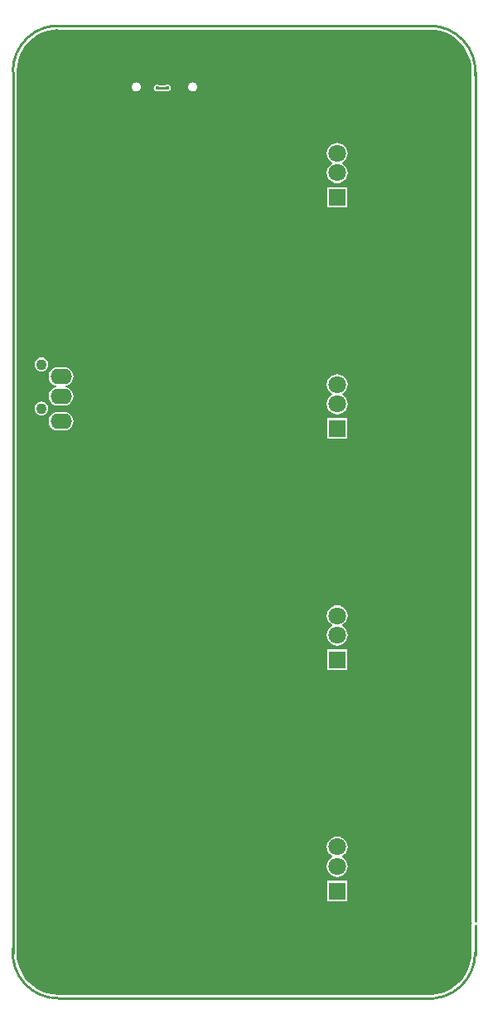
<source format=gbl>
G04*
G04 #@! TF.GenerationSoftware,Altium Limited,Altium Designer,20.0.13 (296)*
G04*
G04 Layer_Physical_Order=2*
G04 Layer_Color=16711680*
%FSLAX25Y25*%
%MOIN*%
G70*
G01*
G75*
%ADD14C,0.01000*%
%ADD52O,0.17717X0.11811*%
%ADD53R,0.07087X0.07087*%
%ADD54C,0.07087*%
%ADD55O,0.04724X0.07874*%
%ADD56O,0.04724X0.09843*%
%ADD57O,0.08661X0.06299*%
%ADD58O,0.15000X0.06000*%
%ADD59C,0.04331*%
%ADD60C,0.02400*%
%ADD61C,0.01600*%
G36*
X304000Y453479D02*
X305531D01*
X305654Y453503D01*
X305777Y453479D01*
X452815Y453479D01*
X452994Y453479D01*
X453310Y453481D01*
X453793Y453452D01*
X455462Y453343D01*
X457617Y452914D01*
X459697Y452208D01*
X461668Y451236D01*
X463495Y450015D01*
X465147Y448566D01*
X466596Y446914D01*
X467816Y445087D01*
X468788Y443117D01*
X469494Y441036D01*
X469923Y438881D01*
X470054Y436879D01*
X469979Y436500D01*
Y434977D01*
X470005Y434848D01*
X469979Y434720D01*
Y402500D01*
X469979Y95000D01*
X469969D01*
X470086Y94414D01*
X470195Y94250D01*
X470086Y94086D01*
X469969Y93500D01*
X469979D01*
Y81990D01*
X469970Y81981D01*
X469970Y81981D01*
X469970Y81981D01*
X469843Y80038D01*
X469414Y77883D01*
X468708Y75803D01*
X467736Y73832D01*
X466515Y72005D01*
X465066Y70353D01*
X463414Y68904D01*
X461587Y67684D01*
X459617Y66712D01*
X457536Y66005D01*
X455381Y65577D01*
X454162Y65497D01*
X454162Y65497D01*
Y65497D01*
X454000Y65521D01*
X453681Y65521D01*
X451477D01*
X451349Y65496D01*
X451220Y65521D01*
X303998D01*
X303498Y65529D01*
X303498Y65529D01*
X303498Y65529D01*
X301538Y65657D01*
X299383Y66086D01*
X297303Y66792D01*
X295332Y67764D01*
X293505Y68985D01*
X291853Y70433D01*
X290404Y72085D01*
X289184Y73913D01*
X288212Y75883D01*
X287506Y77964D01*
X287077Y80119D01*
X286970Y81745D01*
X287021Y82000D01*
Y84023D01*
X286996Y84151D01*
X287021Y84280D01*
Y436272D01*
X287033Y436526D01*
X287033Y436526D01*
X287016Y436772D01*
X287160Y438964D01*
X287589Y441119D01*
X288295Y443199D01*
X289266Y445170D01*
X290487Y446997D01*
X291936Y448648D01*
X293587Y450097D01*
X295414Y451318D01*
X297385Y452289D01*
X299465Y452995D01*
X301620Y453424D01*
X303618Y453555D01*
X304000Y453479D01*
D02*
G37*
%LPC*%
G36*
X358113Y432236D02*
X357643D01*
X357524Y432186D01*
X357395D01*
X356960Y432007D01*
X356869Y431915D01*
X356750Y431866D01*
X356417Y431534D01*
X356368Y431414D01*
X356277Y431323D01*
X356097Y430889D01*
Y430760D01*
X356048Y430640D01*
Y430170D01*
X356097Y430051D01*
Y429922D01*
X356277Y429488D01*
X356368Y429396D01*
X356417Y429277D01*
X356750Y428945D01*
X356869Y428895D01*
X356960Y428804D01*
X357395Y428624D01*
X357524D01*
X357643Y428575D01*
X358113D01*
X358232Y428624D01*
X358362D01*
X358796Y428804D01*
X358887Y428895D01*
X359006Y428945D01*
X359338Y429277D01*
X359388Y429396D01*
X359479Y429488D01*
X359659Y429922D01*
Y430051D01*
X359708Y430170D01*
Y430640D01*
X359659Y430760D01*
Y430889D01*
X359479Y431323D01*
X359388Y431414D01*
X359338Y431534D01*
X359006Y431866D01*
X358887Y431915D01*
X358796Y432007D01*
X358362Y432186D01*
X358232D01*
X358113Y432236D01*
D02*
G37*
G36*
X335357D02*
X334887D01*
X334768Y432186D01*
X334639D01*
X334204Y432007D01*
X334113Y431915D01*
X333994Y431866D01*
X333662Y431534D01*
X333612Y431414D01*
X333521Y431323D01*
X333341Y430889D01*
Y430760D01*
X333292Y430640D01*
Y430170D01*
X333341Y430051D01*
Y429922D01*
X333521Y429488D01*
X333612Y429396D01*
X333662Y429277D01*
X333994Y428945D01*
X334113Y428895D01*
X334204Y428804D01*
X334639Y428624D01*
X334768D01*
X334887Y428575D01*
X335357D01*
X335476Y428624D01*
X335606D01*
X336040Y428804D01*
X336131Y428895D01*
X336250Y428945D01*
X336582Y429277D01*
X336632Y429396D01*
X336723Y429488D01*
X336903Y429922D01*
Y430051D01*
X336952Y430170D01*
Y430640D01*
X336903Y430760D01*
Y430889D01*
X336723Y431323D01*
X336632Y431414D01*
X336582Y431534D01*
X336250Y431866D01*
X336131Y431915D01*
X336040Y432007D01*
X335606Y432186D01*
X335476D01*
X335357Y432236D01*
D02*
G37*
G36*
X347524Y431403D02*
X346978Y431295D01*
X346682Y431098D01*
X344365D01*
X344070Y431295D01*
X343524Y431403D01*
X342978Y431295D01*
X342515Y430985D01*
X342205Y430522D01*
X342096Y429976D01*
X342205Y429430D01*
X342515Y428967D01*
X342978Y428657D01*
X343524Y428549D01*
X344070Y428657D01*
X344365Y428854D01*
X346683D01*
X346978Y428657D01*
X347524Y428549D01*
X348070Y428657D01*
X348533Y428967D01*
X348843Y429430D01*
X348951Y429976D01*
X348843Y430522D01*
X348533Y430985D01*
X348070Y431295D01*
X347524Y431403D01*
D02*
G37*
G36*
X416000Y407944D02*
X414918Y407802D01*
X413910Y407384D01*
X413045Y406720D01*
X412381Y405855D01*
X411963Y404847D01*
X411821Y403765D01*
X411963Y402684D01*
X412381Y401676D01*
X413045Y400810D01*
X413910Y400146D01*
X414074Y400078D01*
Y399578D01*
X413910Y399511D01*
X413045Y398846D01*
X412381Y397981D01*
X411963Y396973D01*
X411821Y395891D01*
X411963Y394810D01*
X412381Y393802D01*
X413045Y392936D01*
X413910Y392272D01*
X414918Y391855D01*
X416000Y391712D01*
X417082Y391855D01*
X418089Y392272D01*
X418955Y392936D01*
X419619Y393802D01*
X420037Y394810D01*
X420179Y395891D01*
X420037Y396973D01*
X419619Y397981D01*
X418955Y398846D01*
X418089Y399511D01*
X417926Y399578D01*
Y400078D01*
X418089Y400146D01*
X418955Y400810D01*
X419619Y401676D01*
X420037Y402684D01*
X420179Y403765D01*
X420037Y404847D01*
X419619Y405855D01*
X418955Y406720D01*
X418089Y407384D01*
X417082Y407802D01*
X416000Y407944D01*
D02*
G37*
G36*
X420143Y390192D02*
X411857D01*
Y381906D01*
X420143D01*
Y390192D01*
D02*
G37*
G36*
X297000Y321648D02*
X296278Y321552D01*
X295605Y321274D01*
X295028Y320830D01*
X294584Y320253D01*
X294306Y319580D01*
X294211Y318858D01*
X294306Y318136D01*
X294584Y317464D01*
X295028Y316886D01*
X295605Y316443D01*
X296278Y316164D01*
X297000Y316069D01*
X297722Y316164D01*
X298395Y316443D01*
X298972Y316886D01*
X299415Y317464D01*
X299694Y318136D01*
X299789Y318858D01*
X299694Y319580D01*
X299415Y320253D01*
X298972Y320830D01*
X298395Y321274D01*
X297722Y321552D01*
X297000Y321648D01*
D02*
G37*
G36*
X306055Y317771D02*
X303693D01*
X302714Y317642D01*
X301802Y317264D01*
X301019Y316663D01*
X300418Y315880D01*
X300040Y314968D01*
X299911Y313989D01*
X300040Y313010D01*
X300418Y312098D01*
X301019Y311315D01*
X301802Y310714D01*
X302714Y310336D01*
X302955Y310304D01*
Y309800D01*
X302714Y309768D01*
X301802Y309390D01*
X301019Y308789D01*
X300418Y308006D01*
X300040Y307094D01*
X299911Y306115D01*
X300040Y305136D01*
X300418Y304224D01*
X301019Y303441D01*
X301802Y302840D01*
X302714Y302462D01*
X303693Y302333D01*
X306055D01*
X307034Y302462D01*
X307946Y302840D01*
X308729Y303441D01*
X309330Y304224D01*
X309708Y305136D01*
X309837Y306115D01*
X309708Y307094D01*
X309330Y308006D01*
X308729Y308789D01*
X307946Y309390D01*
X307034Y309768D01*
X306793Y309800D01*
Y310304D01*
X307034Y310336D01*
X307946Y310714D01*
X308729Y311315D01*
X309330Y312098D01*
X309708Y313010D01*
X309837Y313989D01*
X309708Y314968D01*
X309330Y315880D01*
X308729Y316663D01*
X307946Y317264D01*
X307034Y317642D01*
X306055Y317771D01*
D02*
G37*
G36*
X416000Y314981D02*
X414918Y314838D01*
X413910Y314421D01*
X413045Y313757D01*
X412381Y312891D01*
X411963Y311883D01*
X411821Y310802D01*
X411963Y309720D01*
X412381Y308712D01*
X413045Y307846D01*
X413910Y307182D01*
X414074Y307115D01*
Y306615D01*
X413910Y306547D01*
X413045Y305883D01*
X412381Y305017D01*
X411963Y304009D01*
X411821Y302928D01*
X411963Y301846D01*
X412381Y300838D01*
X413045Y299973D01*
X413910Y299308D01*
X414918Y298891D01*
X416000Y298748D01*
X417082Y298891D01*
X418089Y299308D01*
X418955Y299973D01*
X419619Y300838D01*
X420037Y301846D01*
X420179Y302928D01*
X420037Y304009D01*
X419619Y305017D01*
X418955Y305883D01*
X418089Y306547D01*
X417926Y306615D01*
Y307115D01*
X418089Y307182D01*
X418955Y307846D01*
X419619Y308712D01*
X420037Y309720D01*
X420179Y310802D01*
X420037Y311883D01*
X419619Y312891D01*
X418955Y313757D01*
X418089Y314421D01*
X417082Y314838D01*
X416000Y314981D01*
D02*
G37*
G36*
X297000Y303931D02*
X296278Y303836D01*
X295605Y303557D01*
X295028Y303114D01*
X294584Y302536D01*
X294306Y301864D01*
X294211Y301142D01*
X294306Y300420D01*
X294584Y299747D01*
X295028Y299169D01*
X295605Y298726D01*
X296278Y298448D01*
X297000Y298353D01*
X297722Y298448D01*
X298395Y298726D01*
X298972Y299169D01*
X299415Y299747D01*
X299694Y300420D01*
X299789Y301142D01*
X299694Y301864D01*
X299415Y302536D01*
X298972Y303114D01*
X298395Y303557D01*
X297722Y303836D01*
X297000Y303931D01*
D02*
G37*
G36*
X306055Y299834D02*
X303693D01*
X302714Y299705D01*
X301802Y299327D01*
X301019Y298726D01*
X300418Y297943D01*
X300040Y297031D01*
X299911Y296052D01*
X300040Y295073D01*
X300418Y294161D01*
X301019Y293378D01*
X301802Y292777D01*
X302714Y292399D01*
X303693Y292270D01*
X306055D01*
X307034Y292399D01*
X307946Y292777D01*
X308729Y293378D01*
X309330Y294161D01*
X309708Y295073D01*
X309837Y296052D01*
X309708Y297031D01*
X309330Y297943D01*
X308729Y298726D01*
X307946Y299327D01*
X307034Y299705D01*
X306055Y299834D01*
D02*
G37*
G36*
X420143Y297228D02*
X411857D01*
Y288942D01*
X420143D01*
Y297228D01*
D02*
G37*
G36*
X416000Y222017D02*
X414918Y221874D01*
X413910Y221457D01*
X413045Y220793D01*
X412381Y219927D01*
X411963Y218919D01*
X411821Y217838D01*
X411963Y216756D01*
X412381Y215748D01*
X413045Y214883D01*
X413910Y214219D01*
X414074Y214151D01*
Y213651D01*
X413910Y213583D01*
X413045Y212919D01*
X412381Y212053D01*
X411963Y211045D01*
X411821Y209964D01*
X411963Y208882D01*
X412381Y207874D01*
X413045Y207009D01*
X413910Y206345D01*
X414918Y205927D01*
X416000Y205785D01*
X417082Y205927D01*
X418089Y206345D01*
X418955Y207009D01*
X419619Y207874D01*
X420037Y208882D01*
X420179Y209964D01*
X420037Y211045D01*
X419619Y212053D01*
X418955Y212919D01*
X418089Y213583D01*
X417926Y213651D01*
Y214151D01*
X418089Y214219D01*
X418955Y214883D01*
X419619Y215748D01*
X420037Y216756D01*
X420179Y217838D01*
X420037Y218919D01*
X419619Y219927D01*
X418955Y220793D01*
X418089Y221457D01*
X417082Y221874D01*
X416000Y222017D01*
D02*
G37*
G36*
X420143Y204265D02*
X411857D01*
Y195978D01*
X420143D01*
Y204265D01*
D02*
G37*
G36*
X416000Y129053D02*
X414918Y128911D01*
X413910Y128493D01*
X413045Y127829D01*
X412381Y126963D01*
X411963Y125956D01*
X411821Y124874D01*
X411963Y123792D01*
X412381Y122784D01*
X413045Y121919D01*
X413910Y121255D01*
X414074Y121187D01*
Y120687D01*
X413910Y120619D01*
X413045Y119955D01*
X412381Y119089D01*
X411963Y118082D01*
X411821Y117000D01*
X411963Y115918D01*
X412381Y114910D01*
X413045Y114045D01*
X413910Y113381D01*
X414918Y112963D01*
X416000Y112821D01*
X417082Y112963D01*
X418089Y113381D01*
X418955Y114045D01*
X419619Y114910D01*
X420037Y115918D01*
X420179Y117000D01*
X420037Y118082D01*
X419619Y119089D01*
X418955Y119955D01*
X418089Y120619D01*
X417926Y120687D01*
Y121187D01*
X418089Y121255D01*
X418955Y121919D01*
X419619Y122784D01*
X420037Y123792D01*
X420179Y124874D01*
X420037Y125956D01*
X419619Y126963D01*
X418955Y127829D01*
X418089Y128493D01*
X417082Y128911D01*
X416000Y129053D01*
D02*
G37*
G36*
X420143Y111301D02*
X411857D01*
Y103014D01*
X420143D01*
Y111301D01*
D02*
G37*
%LPD*%
G36*
X346953Y429416D02*
X346937Y429427D01*
X346913Y429438D01*
X346880Y429447D01*
X346839Y429454D01*
X346790Y429461D01*
X346667Y429471D01*
X346419Y429476D01*
X346419Y430476D01*
X346510Y430477D01*
X346839Y430498D01*
X346880Y430505D01*
X346912Y430514D01*
X346937Y430525D01*
X346953Y430536D01*
X346953Y429416D01*
D02*
G37*
G36*
X344111Y430525D02*
X344135Y430514D01*
X344168Y430505D01*
X344209Y430498D01*
X344258Y430491D01*
X344381Y430481D01*
X344628Y430476D01*
X344628Y429476D01*
X344538Y429475D01*
X344209Y429454D01*
X344168Y429447D01*
X344135Y429438D01*
X344111Y429427D01*
X344095Y429416D01*
X344095Y430536D01*
X344111Y430525D01*
D02*
G37*
D14*
X451330Y64012D02*
G03*
X471500Y82500I1859J18219D01*
G01*
X285512Y84170D02*
G03*
X304000Y64000I18219J-1859D01*
G01*
X471488Y434830D02*
G03*
X453000Y455000I-18219J1859D01*
G01*
X305670Y454989D02*
G03*
X285503Y436503I-1859J-18216D01*
G01*
X343524Y429976D02*
X343524D01*
X343524Y429976D01*
X304000Y455000D02*
X453269Y455000D01*
X303500Y64000D02*
X366875D01*
X436625D01*
X285500Y105000D02*
Y432500D01*
Y82000D02*
Y105000D01*
X436625Y64000D02*
X454000D01*
X285500Y432500D02*
Y436272D01*
X471500Y402500D02*
X471500Y95000D01*
X471500Y402500D02*
Y436500D01*
X471500Y81500D02*
Y93500D01*
X347476Y429976D02*
X347500Y430000D01*
X343524Y429976D02*
X347476D01*
D52*
X426669Y146803D02*
D03*
Y95071D02*
D03*
Y239767D02*
D03*
Y188035D02*
D03*
Y332731D02*
D03*
Y280998D02*
D03*
Y425695D02*
D03*
Y373962D02*
D03*
D53*
X416000Y107158D02*
D03*
Y200121D02*
D03*
Y293085D02*
D03*
Y386049D02*
D03*
D54*
Y117000D02*
D03*
X416000Y134716D02*
D03*
X416000Y124874D02*
D03*
Y209964D02*
D03*
X416000Y227680D02*
D03*
X416000Y217838D02*
D03*
Y302928D02*
D03*
X416000Y320644D02*
D03*
X416000Y310802D02*
D03*
Y395891D02*
D03*
X416000Y413608D02*
D03*
X416000Y403765D02*
D03*
D55*
X329492Y444893D02*
D03*
X363508D02*
D03*
D56*
X329492Y428437D02*
D03*
X363508Y428437D02*
D03*
D57*
X304874Y324052D02*
D03*
Y313989D02*
D03*
Y306115D02*
D03*
Y296052D02*
D03*
D58*
X297000Y333228D02*
D03*
Y286772D02*
D03*
D59*
Y318858D02*
D03*
Y301142D02*
D03*
D60*
X466000Y102500D02*
D03*
X461000D02*
D03*
X466000Y98000D02*
D03*
X461000D02*
D03*
X465500Y194500D02*
D03*
X461000D02*
D03*
X465500Y190000D02*
D03*
X461000D02*
D03*
X465500Y280000D02*
D03*
X461000Y279500D02*
D03*
X465500Y275000D02*
D03*
X461000D02*
D03*
X465500Y373500D02*
D03*
X461500D02*
D03*
X465500Y369500D02*
D03*
X461500D02*
D03*
X417500Y445500D02*
D03*
D03*
X411500D02*
D03*
X418000Y450500D02*
D03*
X411500D02*
D03*
X324500Y416000D02*
D03*
X316500Y306000D02*
D03*
X312500D02*
D03*
X316500Y314000D02*
D03*
X313000D02*
D03*
X409000Y395000D02*
D03*
X406000Y393000D02*
D03*
X314500Y282000D02*
D03*
X321654Y338866D02*
D03*
X328346Y347134D02*
D03*
X319608Y361000D02*
D03*
X344895Y362605D02*
D03*
X311750Y392000D02*
D03*
X359500Y367500D02*
D03*
X359000Y371000D02*
D03*
X363000Y377500D02*
D03*
X359500D02*
D03*
X341191Y369809D02*
D03*
X345000D02*
D03*
X343500Y413500D02*
D03*
Y417500D02*
D03*
X351750Y381500D02*
D03*
X355500D02*
D03*
X353000Y413500D02*
D03*
Y417500D02*
D03*
X404500Y406000D02*
D03*
X409000D02*
D03*
X374500Y382500D02*
D03*
X371000D02*
D03*
X405000Y223500D02*
D03*
X389500Y376500D02*
D03*
X387000Y374104D02*
D03*
X409000Y318500D02*
D03*
Y315000D02*
D03*
X386007Y369504D02*
D03*
X381000Y369500D02*
D03*
X385500Y359000D02*
D03*
X381000D02*
D03*
X408500Y220500D02*
D03*
X378500Y331500D02*
D03*
Y335345D02*
D03*
X384500Y349000D02*
D03*
X381500D02*
D03*
X406500Y127500D02*
D03*
X409000D02*
D03*
X405000Y115500D02*
D03*
X402500D02*
D03*
X331500Y332500D02*
D03*
X327530D02*
D03*
X323500D02*
D03*
X319500D02*
D03*
X316250Y334250D02*
D03*
X314500Y338500D02*
D03*
Y343250D02*
D03*
Y348000D02*
D03*
X316280Y352279D02*
D03*
X319500Y354000D02*
D03*
X324000D02*
D03*
X327780Y354059D02*
D03*
X331500Y354000D02*
D03*
D61*
X343524Y429976D02*
D03*
X347524D02*
D03*
M02*

</source>
